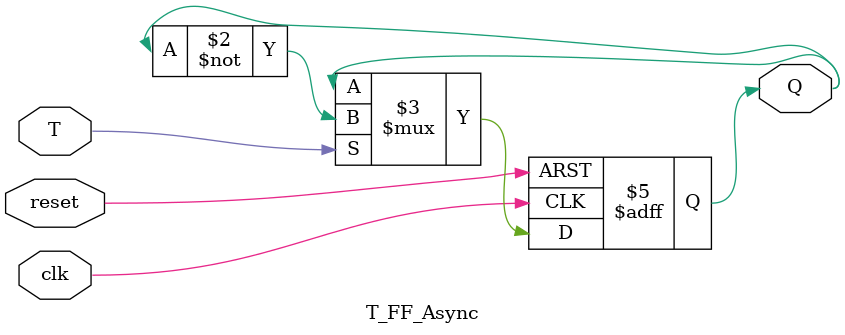
<source format=v>
    module T_FF_Async (
        input T,           
        input clk,         
        input reset,       
        output reg Q            
    );

    always @(posedge clk or posedge reset) begin
        if (reset)             
            Q <= 1'b0;         
        else if (T)
            Q <= ~Q;           
    end

    endmodule

</source>
